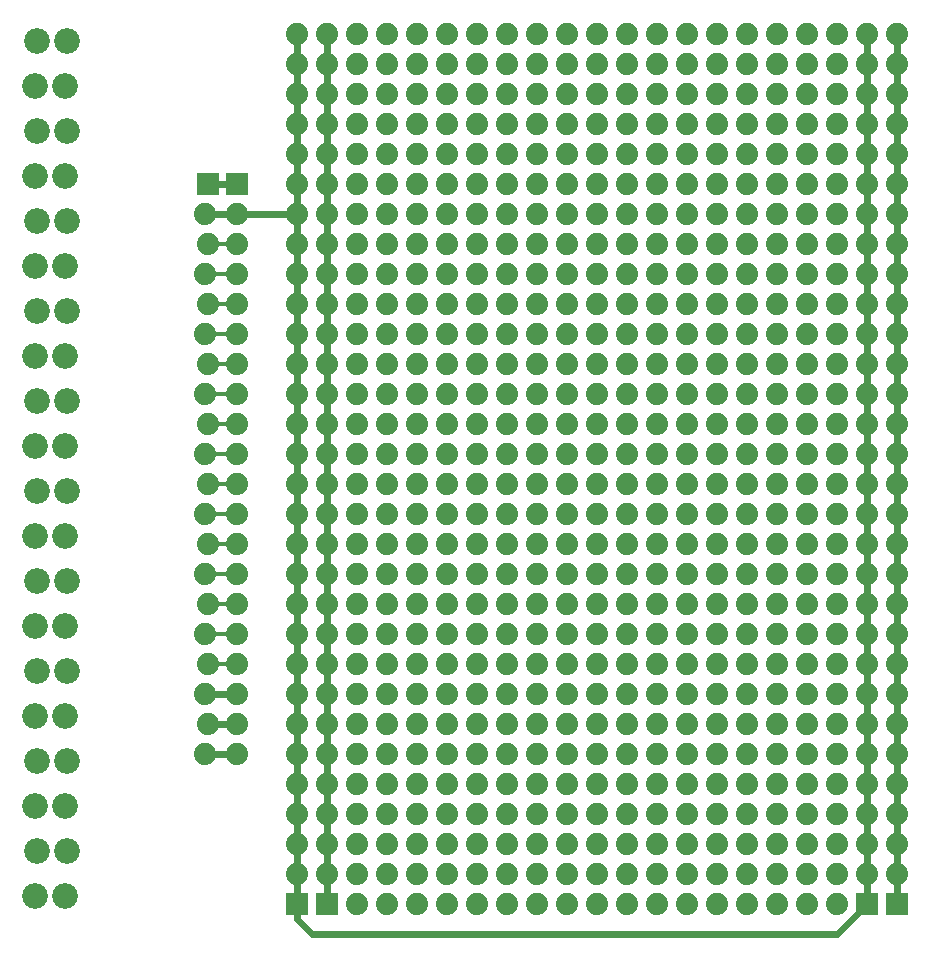
<source format=gbr>
G04 EAGLE Gerber RS-274X export*
G75*
%MOMM*%
%FSLAX34Y34*%
%LPD*%
%INTop Copper*%
%IPPOS*%
%AMOC8*
5,1,8,0,0,1.08239X$1,22.5*%
G01*
%ADD10R,1.879600X1.879600*%
%ADD11C,1.879600*%
%ADD12C,2.184400*%
%ADD13C,0.609600*%
%ADD14C,0.304800*%


D10*
X179070Y673100D03*
D11*
X176530Y647700D03*
X179070Y622300D03*
X176530Y596900D03*
X179070Y571500D03*
X176530Y546100D03*
X179070Y520700D03*
X176530Y495300D03*
X179070Y469900D03*
X176530Y444500D03*
X179070Y419100D03*
X176530Y393700D03*
X179070Y368300D03*
X176530Y342900D03*
X179070Y317500D03*
X176530Y292100D03*
X179070Y266700D03*
X176530Y241300D03*
X179070Y215900D03*
X176530Y190500D03*
D10*
X254000Y63500D03*
D11*
X254000Y88900D03*
X254000Y114300D03*
X254000Y139700D03*
X254000Y165100D03*
X254000Y190500D03*
X254000Y215900D03*
X254000Y241300D03*
X254000Y266700D03*
X254000Y292100D03*
X254000Y317500D03*
X254000Y342900D03*
X254000Y368300D03*
X254000Y393700D03*
X254000Y419100D03*
X254000Y444500D03*
X254000Y469900D03*
X254000Y495300D03*
X254000Y520700D03*
X254000Y546100D03*
X254000Y571500D03*
X254000Y596900D03*
X254000Y622300D03*
X254000Y647700D03*
X254000Y673100D03*
X254000Y698500D03*
X254000Y723900D03*
X254000Y749300D03*
X254000Y774700D03*
X254000Y800100D03*
D10*
X279400Y63500D03*
D11*
X279400Y88900D03*
X279400Y114300D03*
X279400Y139700D03*
X279400Y165100D03*
X279400Y190500D03*
X279400Y215900D03*
X279400Y241300D03*
X279400Y266700D03*
X279400Y292100D03*
X279400Y317500D03*
X279400Y342900D03*
X279400Y368300D03*
X279400Y393700D03*
X279400Y419100D03*
X279400Y444500D03*
X279400Y469900D03*
X279400Y495300D03*
X279400Y520700D03*
X279400Y546100D03*
X279400Y571500D03*
X279400Y596900D03*
X279400Y622300D03*
X279400Y647700D03*
X279400Y673100D03*
X279400Y698500D03*
X279400Y723900D03*
X279400Y749300D03*
X279400Y774700D03*
X279400Y800100D03*
D10*
X736600Y63500D03*
D11*
X736600Y88900D03*
X736600Y114300D03*
X736600Y139700D03*
X736600Y165100D03*
X736600Y190500D03*
X736600Y215900D03*
X736600Y241300D03*
X736600Y266700D03*
X736600Y292100D03*
X736600Y317500D03*
X736600Y342900D03*
X736600Y368300D03*
X736600Y393700D03*
X736600Y419100D03*
X736600Y444500D03*
X736600Y469900D03*
X736600Y495300D03*
X736600Y520700D03*
X736600Y546100D03*
X736600Y571500D03*
X736600Y596900D03*
X736600Y622300D03*
X736600Y647700D03*
X736600Y673100D03*
X736600Y698500D03*
X736600Y723900D03*
X736600Y749300D03*
X736600Y774700D03*
X736600Y800100D03*
D10*
X762000Y63500D03*
D11*
X762000Y88900D03*
X762000Y114300D03*
X762000Y139700D03*
X762000Y165100D03*
X762000Y190500D03*
X762000Y215900D03*
X762000Y241300D03*
X762000Y266700D03*
X762000Y292100D03*
X762000Y317500D03*
X762000Y342900D03*
X762000Y368300D03*
X762000Y393700D03*
X762000Y419100D03*
X762000Y444500D03*
X762000Y469900D03*
X762000Y495300D03*
X762000Y520700D03*
X762000Y546100D03*
X762000Y571500D03*
X762000Y596900D03*
X762000Y622300D03*
X762000Y647700D03*
X762000Y673100D03*
X762000Y698500D03*
X762000Y723900D03*
X762000Y749300D03*
X762000Y774700D03*
X762000Y800100D03*
D10*
X203200Y673100D03*
D11*
X203200Y647700D03*
X203200Y622300D03*
X203200Y596900D03*
X203200Y571500D03*
X203200Y546100D03*
X203200Y520700D03*
X203200Y495300D03*
X203200Y469900D03*
X203200Y444500D03*
X203200Y419100D03*
X203200Y393700D03*
X203200Y368300D03*
X203200Y342900D03*
X203200Y317500D03*
X203200Y292100D03*
X203200Y266700D03*
X203200Y241300D03*
X203200Y215900D03*
X203200Y190500D03*
D12*
X57912Y755663D03*
X32512Y755663D03*
X59944Y793763D03*
X34544Y793763D03*
X57912Y679463D03*
X32512Y679463D03*
X59944Y717563D03*
X34544Y717563D03*
X57912Y603263D03*
X32512Y603263D03*
X59944Y641363D03*
X34544Y641363D03*
X57912Y527063D03*
X32512Y527063D03*
X59944Y565163D03*
X34544Y565163D03*
X57912Y450863D03*
X32512Y450863D03*
X59944Y488963D03*
X34544Y488963D03*
X57912Y374663D03*
X32512Y374663D03*
X59944Y412763D03*
X34544Y412763D03*
X57912Y298463D03*
X32512Y298463D03*
X59944Y336563D03*
X34544Y336563D03*
X57912Y222263D03*
X32512Y222263D03*
X59944Y260363D03*
X34544Y260363D03*
X57912Y146063D03*
X32512Y146063D03*
X59944Y184163D03*
X34544Y184163D03*
X57912Y69863D03*
X32512Y69863D03*
X59944Y107963D03*
X34544Y107963D03*
D11*
X660400Y546100D03*
X635000Y546100D03*
X609600Y546100D03*
X304800Y571500D03*
X330200Y571500D03*
X355600Y571500D03*
X381000Y571500D03*
X406400Y571500D03*
X431800Y571500D03*
X457200Y571500D03*
X482600Y571500D03*
X508000Y571500D03*
X533400Y571500D03*
X558800Y571500D03*
X584200Y571500D03*
X660400Y571500D03*
X635000Y571500D03*
X609600Y571500D03*
X304800Y546100D03*
X330200Y546100D03*
X355600Y546100D03*
X381000Y546100D03*
X406400Y546100D03*
X431800Y546100D03*
X457200Y546100D03*
X482600Y546100D03*
X508000Y546100D03*
X533400Y546100D03*
X558800Y546100D03*
X584200Y546100D03*
X685800Y571500D03*
X711200Y571500D03*
X685800Y546100D03*
X711200Y546100D03*
X304800Y520700D03*
X330200Y520700D03*
X355600Y520700D03*
X381000Y520700D03*
X406400Y520700D03*
X431800Y520700D03*
X457200Y520700D03*
X482600Y520700D03*
X508000Y520700D03*
X533400Y520700D03*
X558800Y520700D03*
X584200Y520700D03*
X660400Y469900D03*
X635000Y469900D03*
X609600Y469900D03*
X304800Y495300D03*
X330200Y495300D03*
X355600Y495300D03*
X381000Y495300D03*
X406400Y495300D03*
X431800Y495300D03*
X457200Y495300D03*
X482600Y495300D03*
X508000Y495300D03*
X533400Y495300D03*
X558800Y495300D03*
X584200Y495300D03*
X660400Y495300D03*
X635000Y495300D03*
X609600Y495300D03*
X304800Y469900D03*
X330200Y469900D03*
X355600Y469900D03*
X381000Y469900D03*
X406400Y469900D03*
X431800Y469900D03*
X457200Y469900D03*
X482600Y469900D03*
X508000Y469900D03*
X533400Y469900D03*
X558800Y469900D03*
X584200Y469900D03*
X660400Y520700D03*
X635000Y520700D03*
X609600Y520700D03*
X685800Y520700D03*
X711200Y520700D03*
X685800Y495300D03*
X711200Y495300D03*
X685800Y469900D03*
X711200Y469900D03*
X304800Y444500D03*
X330200Y444500D03*
X355600Y444500D03*
X381000Y444500D03*
X406400Y444500D03*
X431800Y444500D03*
X457200Y444500D03*
X482600Y444500D03*
X508000Y444500D03*
X533400Y444500D03*
X558800Y444500D03*
X584200Y444500D03*
X660400Y393700D03*
X635000Y393700D03*
X609600Y393700D03*
X304800Y419100D03*
X330200Y419100D03*
X355600Y419100D03*
X381000Y419100D03*
X406400Y419100D03*
X431800Y419100D03*
X457200Y419100D03*
X482600Y419100D03*
X508000Y419100D03*
X533400Y419100D03*
X558800Y419100D03*
X584200Y419100D03*
X660400Y419100D03*
X635000Y419100D03*
X609600Y419100D03*
X304800Y393700D03*
X330200Y393700D03*
X355600Y393700D03*
X381000Y393700D03*
X406400Y393700D03*
X431800Y393700D03*
X457200Y393700D03*
X482600Y393700D03*
X508000Y393700D03*
X533400Y393700D03*
X558800Y393700D03*
X584200Y393700D03*
X660400Y444500D03*
X635000Y444500D03*
X609600Y444500D03*
X685800Y444500D03*
X711200Y444500D03*
X685800Y419100D03*
X711200Y419100D03*
X685800Y393700D03*
X711200Y393700D03*
X304800Y368300D03*
X330200Y368300D03*
X355600Y368300D03*
X381000Y368300D03*
X406400Y368300D03*
X431800Y368300D03*
X457200Y368300D03*
X482600Y368300D03*
X508000Y368300D03*
X533400Y368300D03*
X558800Y368300D03*
X584200Y368300D03*
X660400Y317500D03*
X635000Y317500D03*
X609600Y317500D03*
X304800Y342900D03*
X330200Y342900D03*
X355600Y342900D03*
X381000Y342900D03*
X406400Y342900D03*
X431800Y342900D03*
X457200Y342900D03*
X482600Y342900D03*
X508000Y342900D03*
X533400Y342900D03*
X558800Y342900D03*
X584200Y342900D03*
X660400Y342900D03*
X635000Y342900D03*
X609600Y342900D03*
X304800Y317500D03*
X330200Y317500D03*
X355600Y317500D03*
X381000Y317500D03*
X406400Y317500D03*
X431800Y317500D03*
X457200Y317500D03*
X482600Y317500D03*
X508000Y317500D03*
X533400Y317500D03*
X558800Y317500D03*
X584200Y317500D03*
X660400Y368300D03*
X635000Y368300D03*
X609600Y368300D03*
X685800Y368300D03*
X711200Y368300D03*
X685800Y342900D03*
X711200Y342900D03*
X685800Y317500D03*
X711200Y317500D03*
X304800Y292100D03*
X330200Y292100D03*
X355600Y292100D03*
X381000Y292100D03*
X406400Y292100D03*
X431800Y292100D03*
X457200Y292100D03*
X482600Y292100D03*
X508000Y292100D03*
X533400Y292100D03*
X558800Y292100D03*
X584200Y292100D03*
X660400Y241300D03*
X635000Y241300D03*
X609600Y241300D03*
X304800Y266700D03*
X330200Y266700D03*
X355600Y266700D03*
X381000Y266700D03*
X406400Y266700D03*
X431800Y266700D03*
X457200Y266700D03*
X482600Y266700D03*
X508000Y266700D03*
X533400Y266700D03*
X558800Y266700D03*
X584200Y266700D03*
X660400Y266700D03*
X635000Y266700D03*
X609600Y266700D03*
X304800Y241300D03*
X330200Y241300D03*
X355600Y241300D03*
X381000Y241300D03*
X406400Y241300D03*
X431800Y241300D03*
X457200Y241300D03*
X482600Y241300D03*
X508000Y241300D03*
X533400Y241300D03*
X558800Y241300D03*
X584200Y241300D03*
X660400Y292100D03*
X635000Y292100D03*
X609600Y292100D03*
X685800Y292100D03*
X711200Y292100D03*
X685800Y266700D03*
X711200Y266700D03*
X685800Y241300D03*
X711200Y241300D03*
X304800Y215900D03*
X330200Y215900D03*
X355600Y215900D03*
X381000Y215900D03*
X406400Y215900D03*
X431800Y215900D03*
X457200Y215900D03*
X482600Y215900D03*
X508000Y215900D03*
X533400Y215900D03*
X558800Y215900D03*
X584200Y215900D03*
X660400Y165100D03*
X635000Y165100D03*
X609600Y165100D03*
X304800Y190500D03*
X330200Y190500D03*
X355600Y190500D03*
X381000Y190500D03*
X406400Y190500D03*
X431800Y190500D03*
X457200Y190500D03*
X482600Y190500D03*
X508000Y190500D03*
X533400Y190500D03*
X558800Y190500D03*
X584200Y190500D03*
X660400Y190500D03*
X635000Y190500D03*
X609600Y190500D03*
X304800Y165100D03*
X330200Y165100D03*
X355600Y165100D03*
X381000Y165100D03*
X406400Y165100D03*
X431800Y165100D03*
X457200Y165100D03*
X482600Y165100D03*
X508000Y165100D03*
X533400Y165100D03*
X558800Y165100D03*
X584200Y165100D03*
X660400Y215900D03*
X635000Y215900D03*
X609600Y215900D03*
X685800Y215900D03*
X711200Y215900D03*
X685800Y190500D03*
X711200Y190500D03*
X685800Y165100D03*
X711200Y165100D03*
X660400Y139700D03*
X635000Y139700D03*
X609600Y139700D03*
X304800Y139700D03*
X330200Y139700D03*
X355600Y139700D03*
X381000Y139700D03*
X406400Y139700D03*
X431800Y139700D03*
X457200Y139700D03*
X482600Y139700D03*
X508000Y139700D03*
X533400Y139700D03*
X558800Y139700D03*
X584200Y139700D03*
X685800Y139700D03*
X711200Y139700D03*
X304800Y114300D03*
X330200Y114300D03*
X355600Y114300D03*
X381000Y114300D03*
X406400Y114300D03*
X431800Y114300D03*
X457200Y114300D03*
X482600Y114300D03*
X508000Y114300D03*
X533400Y114300D03*
X558800Y114300D03*
X584200Y114300D03*
X660400Y63500D03*
X635000Y63500D03*
X609600Y63500D03*
X304800Y88900D03*
X330200Y88900D03*
X355600Y88900D03*
X381000Y88900D03*
X406400Y88900D03*
X431800Y88900D03*
X457200Y88900D03*
X482600Y88900D03*
X508000Y88900D03*
X533400Y88900D03*
X558800Y88900D03*
X584200Y88900D03*
X660400Y88900D03*
X635000Y88900D03*
X609600Y88900D03*
X304800Y63500D03*
X330200Y63500D03*
X355600Y63500D03*
X381000Y63500D03*
X406400Y63500D03*
X431800Y63500D03*
X457200Y63500D03*
X482600Y63500D03*
X508000Y63500D03*
X533400Y63500D03*
X558800Y63500D03*
X584200Y63500D03*
X660400Y114300D03*
X635000Y114300D03*
X609600Y114300D03*
X685800Y114300D03*
X711200Y114300D03*
X685800Y88900D03*
X711200Y88900D03*
X685800Y63500D03*
X711200Y63500D03*
D13*
X279400Y774700D02*
X279400Y800100D01*
X279400Y774700D02*
X279400Y749300D01*
X279400Y723900D01*
X279400Y698500D01*
X279400Y673100D01*
X279400Y647700D01*
X279400Y622300D01*
X279400Y596900D01*
X279400Y571500D01*
X279400Y546100D01*
X279400Y520700D01*
X279400Y495300D01*
X279400Y469900D01*
X279400Y444500D01*
X279400Y419100D01*
X279400Y393700D01*
X279400Y368300D01*
X279400Y342900D01*
X279400Y317500D01*
X279400Y292100D01*
X279400Y266700D01*
X279400Y241300D01*
X279400Y215900D01*
X279400Y190500D01*
X279400Y165100D01*
X279400Y139700D01*
X279400Y114300D01*
X279400Y88900D01*
X762000Y88900D02*
X762000Y63500D01*
X762000Y88900D02*
X762000Y114300D01*
X762000Y139700D01*
X762000Y165100D01*
X762000Y190500D01*
X762000Y215900D01*
X762000Y241300D01*
X762000Y266700D01*
X762000Y292100D01*
X762000Y317500D01*
X762000Y342900D01*
X762000Y368300D01*
X762000Y393700D01*
X762000Y419100D01*
X762000Y444500D01*
X762000Y469900D01*
X762000Y495300D01*
X762000Y520700D01*
X762000Y546100D01*
X762000Y571500D01*
X762000Y596900D01*
X762000Y622300D01*
X762000Y647700D01*
X762000Y673100D01*
X762000Y774700D02*
X762000Y800100D01*
X762000Y774700D02*
X762000Y749300D01*
X762000Y723900D01*
X762000Y698500D01*
X762000Y673100D01*
X203200Y673100D02*
X179070Y673100D01*
X279400Y88900D02*
X279400Y63500D01*
X736600Y190500D02*
X736600Y215900D01*
X736600Y114300D02*
X736600Y88900D01*
X736600Y114300D02*
X736600Y139700D01*
X736600Y165100D01*
X736600Y190500D01*
X736600Y215900D02*
X736600Y241300D01*
X736600Y266700D01*
X736600Y292100D01*
X736600Y317500D01*
X736600Y342900D01*
X736600Y368300D01*
X736600Y393700D01*
X736600Y419100D01*
X736600Y444500D01*
X736600Y469900D01*
X736600Y495300D01*
X736600Y520700D01*
X736600Y546100D01*
X736600Y647700D02*
X736600Y673100D01*
X736600Y647700D02*
X736600Y622300D01*
X736600Y596900D01*
X736600Y571500D01*
X736600Y546100D01*
X736600Y673100D02*
X736600Y698500D01*
X736600Y723900D01*
X736600Y749300D01*
X736600Y774700D01*
X736600Y800100D01*
X254000Y114300D02*
X254000Y88900D01*
X254000Y114300D02*
X254000Y139700D01*
X254000Y165100D01*
X254000Y190500D01*
X254000Y215900D01*
X254000Y241300D01*
X254000Y266700D01*
X254000Y292100D01*
X254000Y317500D01*
X254000Y342900D01*
X254000Y368300D01*
X254000Y393700D01*
X254000Y419100D01*
X254000Y444500D01*
X254000Y469900D01*
X254000Y495300D01*
X254000Y520700D01*
X254000Y546100D01*
X254000Y571500D01*
X254000Y596900D01*
X254000Y622300D01*
X254000Y647700D01*
X254000Y673100D01*
X254000Y698500D01*
X254000Y723900D01*
X254000Y749300D01*
X254000Y774700D01*
X254000Y800100D01*
X203200Y647700D02*
X176530Y647700D01*
X203200Y647700D02*
X254000Y647700D01*
X254000Y88900D02*
X254000Y63500D01*
X736600Y63500D02*
X736600Y88900D01*
X254000Y63500D02*
X254000Y50800D01*
X266700Y38100D01*
X711200Y38100D02*
X736600Y63500D01*
X711200Y38100D02*
X266700Y38100D01*
X203200Y190500D02*
X176530Y190500D01*
X179070Y215900D02*
X203200Y215900D01*
D14*
X203200Y266700D02*
X179070Y266700D01*
X176530Y292100D02*
X203200Y292100D01*
X203200Y317500D02*
X179070Y317500D01*
X176530Y342900D02*
X203200Y342900D01*
X203200Y368300D02*
X179070Y368300D01*
X176530Y393700D02*
X203200Y393700D01*
X203200Y419100D02*
X179070Y419100D01*
X176530Y444500D02*
X203200Y444500D01*
X203200Y469900D02*
X179070Y469900D01*
X176530Y495300D02*
X203200Y495300D01*
X203200Y520700D02*
X179070Y520700D01*
X176530Y546100D02*
X203200Y546100D01*
X203200Y571500D02*
X179070Y571500D01*
X176530Y596900D02*
X203200Y596900D01*
X203200Y622300D02*
X179070Y622300D01*
D11*
X660400Y774700D03*
X635000Y774700D03*
X609600Y774700D03*
X304800Y800100D03*
X330200Y800100D03*
X355600Y800100D03*
X381000Y800100D03*
X406400Y800100D03*
X431800Y800100D03*
X457200Y800100D03*
X482600Y800100D03*
X508000Y800100D03*
X533400Y800100D03*
X558800Y800100D03*
X584200Y800100D03*
X660400Y800100D03*
X635000Y800100D03*
X609600Y800100D03*
X304800Y774700D03*
X330200Y774700D03*
X355600Y774700D03*
X381000Y774700D03*
X406400Y774700D03*
X431800Y774700D03*
X457200Y774700D03*
X482600Y774700D03*
X508000Y774700D03*
X533400Y774700D03*
X558800Y774700D03*
X584200Y774700D03*
X685800Y800100D03*
X711200Y800100D03*
X685800Y774700D03*
X711200Y774700D03*
X304800Y749300D03*
X330200Y749300D03*
X355600Y749300D03*
X381000Y749300D03*
X406400Y749300D03*
X431800Y749300D03*
X457200Y749300D03*
X482600Y749300D03*
X508000Y749300D03*
X533400Y749300D03*
X558800Y749300D03*
X584200Y749300D03*
X660400Y698500D03*
X635000Y698500D03*
X609600Y698500D03*
X304800Y723900D03*
X330200Y723900D03*
X355600Y723900D03*
X381000Y723900D03*
X406400Y723900D03*
X431800Y723900D03*
X457200Y723900D03*
X482600Y723900D03*
X508000Y723900D03*
X533400Y723900D03*
X558800Y723900D03*
X584200Y723900D03*
X660400Y723900D03*
X635000Y723900D03*
X609600Y723900D03*
X304800Y698500D03*
X330200Y698500D03*
X355600Y698500D03*
X381000Y698500D03*
X406400Y698500D03*
X431800Y698500D03*
X457200Y698500D03*
X482600Y698500D03*
X508000Y698500D03*
X533400Y698500D03*
X558800Y698500D03*
X584200Y698500D03*
X660400Y749300D03*
X635000Y749300D03*
X609600Y749300D03*
X685800Y749300D03*
X711200Y749300D03*
X685800Y723900D03*
X711200Y723900D03*
X685800Y698500D03*
X711200Y698500D03*
X304800Y673100D03*
X330200Y673100D03*
X355600Y673100D03*
X381000Y673100D03*
X406400Y673100D03*
X431800Y673100D03*
X457200Y673100D03*
X482600Y673100D03*
X508000Y673100D03*
X533400Y673100D03*
X558800Y673100D03*
X584200Y673100D03*
X660400Y622300D03*
X635000Y622300D03*
X609600Y622300D03*
X304800Y647700D03*
X330200Y647700D03*
X355600Y647700D03*
X381000Y647700D03*
X406400Y647700D03*
X431800Y647700D03*
X457200Y647700D03*
X482600Y647700D03*
X508000Y647700D03*
X533400Y647700D03*
X558800Y647700D03*
X584200Y647700D03*
X660400Y647700D03*
X635000Y647700D03*
X609600Y647700D03*
X304800Y622300D03*
X330200Y622300D03*
X355600Y622300D03*
X381000Y622300D03*
X406400Y622300D03*
X431800Y622300D03*
X457200Y622300D03*
X482600Y622300D03*
X508000Y622300D03*
X533400Y622300D03*
X558800Y622300D03*
X584200Y622300D03*
X660400Y673100D03*
X635000Y673100D03*
X609600Y673100D03*
X685800Y673100D03*
X711200Y673100D03*
X685800Y647700D03*
X711200Y647700D03*
X685800Y622300D03*
X711200Y622300D03*
X304800Y596900D03*
X330200Y596900D03*
X355600Y596900D03*
X381000Y596900D03*
X406400Y596900D03*
X431800Y596900D03*
X457200Y596900D03*
X482600Y596900D03*
X508000Y596900D03*
X533400Y596900D03*
X558800Y596900D03*
X584200Y596900D03*
X660400Y596900D03*
X635000Y596900D03*
X609600Y596900D03*
X685800Y596900D03*
X711200Y596900D03*
D13*
X203200Y241300D02*
X176530Y241300D01*
M02*

</source>
